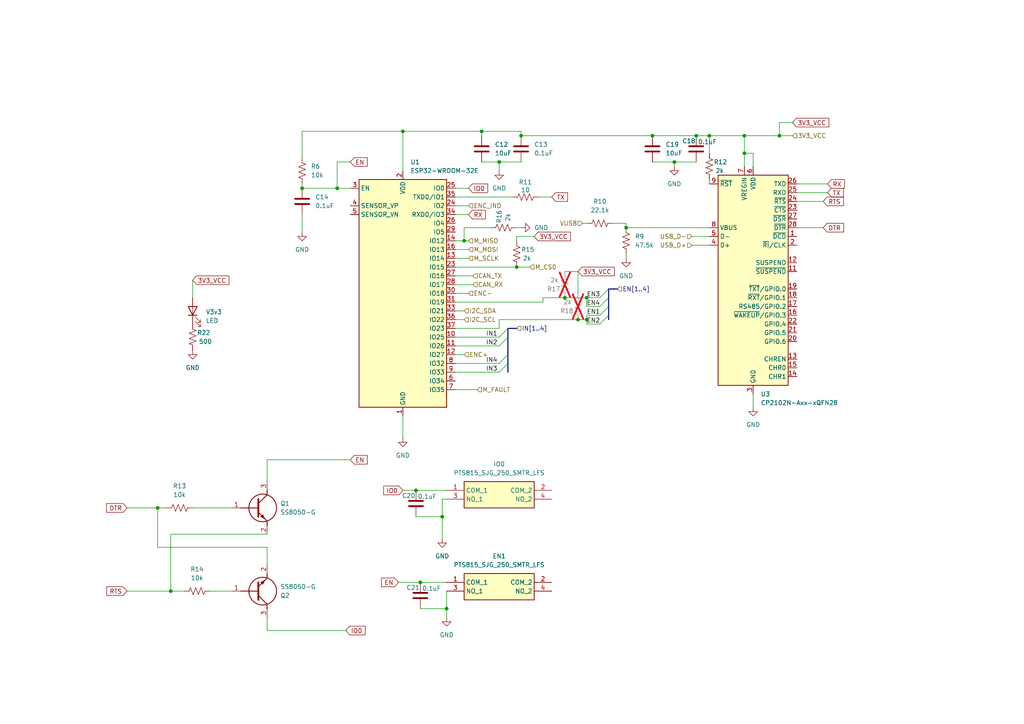
<source format=kicad_sch>
(kicad_sch (version 20231120) (generator "eeschema") (generator_version "8.0")
  (paper "A4")
  (lib_symbols
    (symbol "Device:C" (pin_numbers hide) (pin_names (offset 0.254))
      (property "Reference" "C" (at 0.635 2.54 0))
      (property "Value" "C" (at 0.635 -2.54 0))
      (symbol "C_0_1"
        (polyline (pts (xy -2.032 -0.762) (xy 2.032 -0.762)) (stroke (width 0.508)))
        (polyline (pts (xy -2.032 0.762) (xy 2.032 0.762)) (stroke (width 0.508)))
      )
      (symbol "C_1_1"
        (pin passive line (at 0 3.81 270) (length 2.794) (name "~") (number "1"))
        (pin passive line (at 0 -3.81 90) (length 2.794) (name "~") (number "2"))
      )
    )
    (symbol "Device:LED" (pin_numbers hide) (pin_names (offset 1.016) hide)
      (property "Reference" "D" (at 0 2.54 0))
      (property "Value" "LED" (at 0 -2.54 0))
      (symbol "LED_0_1"
        (polyline (pts (xy -1.27 -1.27) (xy -1.27 1.27)) (stroke (width 0.254)))
        (polyline (pts (xy -1.27 0) (xy 1.27 0)))
        (polyline (pts (xy 1.27 -1.27) (xy 1.27 1.27) (xy -1.27 0) (xy 1.27 -1.27)) (stroke (width 0.254)))
        (polyline (pts (xy -3.048 -0.762) (xy -4.572 -2.286) (xy -3.81 -2.286) (xy -4.572 -2.286) (xy -4.572 -1.524)))
        (polyline (pts (xy -1.778 -0.762) (xy -3.302 -2.286) (xy -2.54 -2.286) (xy -3.302 -2.286) (xy -3.302 -1.524)))
      )
      (symbol "LED_1_1"
        (pin passive line (at -3.81 0 0) (length 2.54) (name "K") (number "1"))
        (pin passive line (at 3.81 0 180) (length 2.54) (name "A") (number "2"))
      )
    )
    (symbol "Device:R_US" (pin_numbers hide) (pin_names (offset 0))
      (property "Reference" "R" (at 2.54 0 90))
      (property "Value" "R_US" (at -2.54 0 90))
      (symbol "R_US_0_1"
        (polyline (pts (xy 0 -2.286) (xy 0 -2.54)))
        (polyline (pts (xy 0 2.286) (xy 0 2.54)))
        (polyline (pts (xy 0 -0.762) (xy 1.016 -1.143) (xy 0 -1.524) (xy -1.016 -1.905) (xy 0 -2.286)))
        (polyline (pts (xy 0 0.762) (xy 1.016 0.381) (xy 0 0) (xy -1.016 -0.381) (xy 0 -0.762)))
        (polyline (pts (xy 0 2.286) (xy 1.016 1.905) (xy 0 1.524) (xy -1.016 1.143) (xy 0 0.762)))
      )
      (symbol "R_US_1_1"
        (pin passive line (at 0 3.81 270) (length 1.27) (name "~") (number "1"))
        (pin passive line (at 0 -3.81 90) (length 1.27) (name "~") (number "2"))
      )
    )
    (symbol "Interface_USB:CP2102N-Axx-xQFN28"
      (property "Reference" "U" (at -8.89 31.75 0))
      (property "Value" "CP2102N-Axx-xQFN28" (at 12.7 31.75 0))
      (symbol "CP2102N-Axx-xQFN28_0_1"
        (rectangle (start -10.16 30.48) (end 10.16 -30.48) (stroke (width 0.254)) (fill (type background)))
      )
      (symbol "CP2102N-Axx-xQFN28_1_1"
        (pin input line (at 12.7 12.7 180) (length 2.54) (name "~{DCD}") (number "1"))
        (pin no_connect line (at -10.16 -27.94 0) (length 2.54) hide (name "NC") (number "10"))
        (pin output line (at 12.7 2.54 180) (length 2.54) (name "~{SUSPEND}") (number "11"))
        (pin output line (at 12.7 5.08 180) (length 2.54) (name "SUSPEND") (number "12"))
        (pin output line (at 12.7 -22.86 180) (length 2.54) (name "CHREN") (number "13"))
        (pin output line (at 12.7 -27.94 180) (length 2.54) (name "CHR1") (number "14"))
        (pin output line (at 12.7 -25.4 180) (length 2.54) (name "CHR0") (number "15"))
        (pin bidirectional line (at 12.7 -10.16 180) (length 2.54) (name "~{WAKEUP}/GPIO.3") (number "16"))
        (pin bidirectional line (at 12.7 -7.62 180) (length 2.54) (name "RS485/GPIO.2") (number "17"))
        (pin bidirectional line (at 12.7 -5.08 180) (length 2.54) (name "~{RXT}/GPIO.1") (number "18"))
        (pin bidirectional line (at 12.7 -2.54 180) (length 2.54) (name "~{TXT}/GPIO.0") (number "19"))
        (pin bidirectional line (at 12.7 10.16 180) (length 2.54) (name "~{RI}/CLK") (number "2"))
        (pin bidirectional line (at 12.7 -17.78 180) (length 2.54) (name "GPIO.6") (number "20"))
        (pin bidirectional line (at 12.7 -15.24 180) (length 2.54) (name "GPIO.5") (number "21"))
        (pin bidirectional line (at 12.7 -12.7 180) (length 2.54) (name "GPIO.4") (number "22"))
        (pin input line (at 12.7 20.32 180) (length 2.54) (name "~{CTS}") (number "23"))
        (pin output line (at 12.7 22.86 180) (length 2.54) (name "~{RTS}") (number "24"))
        (pin input line (at 12.7 25.4 180) (length 2.54) (name "RXD") (number "25"))
        (pin output line (at 12.7 27.94 180) (length 2.54) (name "TXD") (number "26"))
        (pin input line (at 12.7 17.78 180) (length 2.54) (name "~{DSR}") (number "27"))
        (pin output line (at 12.7 15.24 180) (length 2.54) (name "~{DTR}") (number "28"))
        (pin passive line (at 0 -33.02 90) (length 2.54) hide (name "GND") (number "29"))
        (pin power_in line (at 0 -33.02 90) (length 2.54) (name "GND") (number "3"))
        (pin bidirectional line (at -12.7 10.16 0) (length 2.54) (name "D+") (number "4"))
        (pin bidirectional line (at -12.7 12.7 0) (length 2.54) (name "D-") (number "5"))
        (pin power_in line (at 0 33.02 270) (length 2.54) (name "VDD") (number "6"))
        (pin power_in line (at -2.54 33.02 270) (length 2.54) (name "VREGIN") (number "7"))
        (pin input line (at -12.7 15.24 0) (length 2.54) (name "VBUS") (number "8"))
        (pin input line (at -12.7 27.94 0) (length 2.54) (name "~{RST}") (number "9"))
      )
    )
    (symbol "RF_Module:ESP32-WROOM-32E"
      (property "Reference" "U" (at -12.7 34.29 0))
      (property "Value" "ESP32-WROOM-32E" (at 1.27 34.29 0))
      (symbol "ESP32-WROOM-32E_0_1"
        (rectangle (start -12.7 33.02) (end 12.7 -33.02) (stroke (width 0.254)) (fill (type background)))
      )
      (symbol "ESP32-WROOM-32E_1_1"
        (pin power_in line (at 0 -35.56 90) (length 2.54) (name "GND") (number "1"))
        (pin bidirectional line (at 15.24 -12.7 180) (length 2.54) (name "IO25") (number "10"))
        (pin bidirectional line (at 15.24 -15.24 180) (length 2.54) (name "IO26") (number "11"))
        (pin bidirectional line (at 15.24 -17.78 180) (length 2.54) (name "IO27") (number "12"))
        (pin bidirectional line (at 15.24 10.16 180) (length 2.54) (name "IO14") (number "13"))
        (pin bidirectional line (at 15.24 15.24 180) (length 2.54) (name "IO12") (number "14"))
        (pin passive line (at 0 -35.56 90) (length 2.54) hide (name "GND") (number "15"))
        (pin bidirectional line (at 15.24 12.7 180) (length 2.54) (name "IO13") (number "16"))
        (pin no_connect line (at -12.7 -5.08 0) (length 2.54) hide (name "NC") (number "17"))
        (pin no_connect line (at -12.7 -7.62 0) (length 2.54) hide (name "NC") (number "18"))
        (pin no_connect line (at -12.7 -12.7 0) (length 2.54) hide (name "NC") (number "19"))
        (pin power_in line (at 0 35.56 270) (length 2.54) (name "VDD") (number "2"))
        (pin no_connect line (at -12.7 -10.16 0) (length 2.54) hide (name "NC") (number "20"))
        (pin no_connect line (at -12.7 0 0) (length 2.54) hide (name "NC") (number "21"))
        (pin no_connect line (at -12.7 -2.54 0) (length 2.54) hide (name "NC") (number "22"))
        (pin bidirectional line (at 15.24 7.62 180) (length 2.54) (name "IO15") (number "23"))
        (pin bidirectional line (at 15.24 25.4 180) (length 2.54) (name "IO2") (number "24"))
        (pin bidirectional line (at 15.24 30.48 180) (length 2.54) (name "IO0") (number "25"))
        (pin bidirectional line (at 15.24 20.32 180) (length 2.54) (name "IO4") (number "26"))
        (pin bidirectional line (at 15.24 5.08 180) (length 2.54) (name "IO16") (number "27"))
        (pin bidirectional line (at 15.24 2.54 180) (length 2.54) (name "IO17") (number "28"))
        (pin bidirectional line (at 15.24 17.78 180) (length 2.54) (name "IO5") (number "29"))
        (pin input line (at -15.24 30.48 0) (length 2.54) (name "EN") (number "3"))
        (pin bidirectional line (at 15.24 0 180) (length 2.54) (name "IO18") (number "30"))
        (pin bidirectional line (at 15.24 -2.54 180) (length 2.54) (name "IO19") (number "31"))
        (pin no_connect line (at -12.7 -27.94 0) (length 2.54) hide (name "NC") (number "32"))
        (pin bidirectional line (at 15.24 -5.08 180) (length 2.54) (name "IO21") (number "33"))
        (pin bidirectional line (at 15.24 22.86 180) (length 2.54) (name "RXD0/IO3") (number "34"))
        (pin bidirectional line (at 15.24 27.94 180) (length 2.54) (name "TXD0/IO1") (number "35"))
        (pin bidirectional line (at 15.24 -7.62 180) (length 2.54) (name "IO22") (number "36"))
        (pin bidirectional line (at 15.24 -10.16 180) (length 2.54) (name "IO23") (number "37"))
        (pin passive line (at 0 -35.56 90) (length 2.54) hide (name "GND") (number "38"))
        (pin passive line (at 0 -35.56 90) (length 2.54) hide (name "GND") (number "39"))
        (pin input line (at -15.24 25.4 0) (length 2.54) (name "SENSOR_VP") (number "4"))
        (pin input line (at -15.24 22.86 0) (length 2.54) (name "SENSOR_VN") (number "5"))
        (pin input line (at 15.24 -25.4 180) (length 2.54) (name "IO34") (number "6"))
        (pin input line (at 15.24 -27.94 180) (length 2.54) (name "IO35") (number "7"))
        (pin bidirectional line (at 15.24 -20.32 180) (length 2.54) (name "IO32") (number "8"))
        (pin bidirectional line (at 15.24 -22.86 180) (length 2.54) (name "IO33") (number "9"))
      )
    )
    (symbol "SamacSys_Parts:PTS815_SJG_250_SMTR_LFS"
      (property "Reference" "S" (at 26.67 7.62 0))
      (property "Value" "PTS815_SJG_250_SMTR_LFS" (at 26.67 5.08 0))
      (symbol "PTS815_SJG_250_SMTR_LFS_1_1"
        (rectangle (start 5.08 2.54) (end 25.4 -5.08) (stroke (width 0.254)) (fill (type background)))
        (pin passive line (at 0 0 0) (length 5.08) (name "COM_1") (number "1"))
        (pin passive line (at 30.48 0 180) (length 5.08) (name "COM_2") (number "2"))
        (pin passive line (at 0 -2.54 0) (length 5.08) (name "NO_1") (number "3"))
        (pin passive line (at 30.48 -2.54 180) (length 5.08) (name "NO_2") (number "4"))
      )
    )
    (symbol "SamacSys_Parts:SS8050-G" (pin_names hide)
      (property "Reference" "Q" (at 13.97 1.27 0))
      (property "Value" "SS8050-G" (at 13.97 -1.27 0))
      (symbol "SS8050-G_1_1"
        (polyline (pts (xy 2.54 0) (xy 7.62 0)) (stroke (width 0.254)))
        (polyline (pts (xy 7.62 -1.27) (xy 10.16 -3.81)) (stroke (width 0.254)))
        (polyline (pts (xy 7.62 1.27) (xy 10.16 3.81)) (stroke (width 0.254)))
        (polyline (pts (xy 7.62 2.54) (xy 7.62 -2.54)) (stroke (width 0.508)))
        (polyline (pts (xy 10.16 -3.81) (xy 10.16 -5.08)) (stroke (width 0.254)))
        (polyline (pts (xy 10.16 3.81) (xy 10.16 5.08)) (stroke (width 0.254)))
        (polyline (pts (xy 8.382 -2.54) (xy 8.89 -2.032) (xy 9.398 -3.048) (xy 8.382 -2.54)) (stroke (width 0.254)) (fill (type outline)))
        (circle (center 8.89 0) (radius 4.016) (stroke (width 0.254)))
        (pin passive line (at 0 0 0) (length 2.54) (name "B") (number "1"))
        (pin passive line (at 10.16 -7.62 90) (length 2.54) (name "E") (number "2"))
        (pin passive line (at 10.16 7.62 270) (length 2.54) (name "C") (number "3"))
      )
    )
    (symbol "power:GND" (power) (pin_names (offset 0))
      (property "Value" "GND" (at 0 -3.81 0))
      (symbol "GND_0_1"
        (polyline (pts (xy 0 0) (xy 0 -1.27) (xy 1.27 -1.27) (xy 0 -2.54) (xy -1.27 -1.27) (xy 0 -1.27)))
      )
      (symbol "GND_1_1"
        (pin power_in line (at 0 0 270) (length 0) hide (name "GND") (number "1"))
      )
    )
  )
  (junction (at 116.84 38.1))
  (junction (at 129.54 176.53))
  (junction (at 170.18 86.36))
  (junction (at 87.63 54.61))
  (junction (at 215.9 39.37))
  (junction (at 139.7 38.1))
  (junction (at 128.27 149.86))
  (junction (at 149.86 77.47))
  (junction (at 151.13 39.37))
  (junction (at 45.72 147.32))
  (junction (at 121.92 168.91))
  (junction (at 201.93 39.37))
  (junction (at 134.62 69.85))
  (junction (at 49.53 171.45))
  (junction (at 215.9 44.45))
  (junction (at 163.83 86.36))
  (junction (at 170.18 92.71))
  (junction (at 226.06 39.37))
  (junction (at 144.78 46.99))
  (junction (at 181.61 66.04))
  (junction (at 167.64 92.71))
  (junction (at 205.74 39.37))
  (junction (at 120.65 142.24))
  (junction (at 97.79 54.61))
  (junction (at 189.23 39.37))
  (junction (at 195.58 46.99))
  (bus_entry (at 147.32 95.25) (size -2.54 2.54))
  (bus_entry (at 147.32 97.79) (size -2.54 2.54))
  (bus_entry (at 176.53 88.9) (size -2.54 2.54))
  (bus_entry (at 176.53 83.82) (size -2.54 2.54))
  (bus_entry (at 147.32 105.41) (size -2.54 2.54))
  (bus_entry (at 176.53 86.36) (size -2.54 2.54))
  (bus_entry (at 147.32 102.87) (size -2.54 2.54))
  (bus_entry (at 176.53 91.44) (size -2.54 2.54))
  (wire (pts (xy 132.08 95.25) (xy 144.78 95.25)))
  (wire (pts (xy 163.83 86.36) (xy 170.18 86.36)))
  (wire (pts (xy 132.08 107.95) (xy 144.78 107.95)))
  (wire (pts (xy 168.91 64.77) (xy 170.18 64.77)))
  (wire (pts (xy 170.18 91.44) (xy 173.99 91.44)))
  (wire (pts (xy 144.78 95.25) (xy 144.78 92.71)))
  (wire (pts (xy 77.47 139.7) (xy 77.47 133.35)))
  (wire (pts (xy 229.87 39.37) (xy 226.06 39.37)))
  (wire (pts (xy 139.7 38.1) (xy 139.7 39.37)))
  (wire (pts (xy 120.65 149.86) (xy 128.27 149.86)))
  (wire (pts (xy 181.61 64.77) (xy 181.61 66.04)))
  (wire (pts (xy 157.48 87.63) (xy 132.08 87.63)))
  (wire (pts (xy 200.66 68.58) (xy 205.74 68.58)))
  (wire (pts (xy 149.86 77.47) (xy 153.67 77.47)))
  (wire (pts (xy 231.14 53.34) (xy 240.03 53.34)))
  (wire (pts (xy 87.63 38.1) (xy 116.84 38.1)))
  (wire (pts (xy 132.08 92.71) (xy 134.62 92.71)))
  (wire (pts (xy 167.64 92.71) (xy 170.18 92.71)))
  (wire (pts (xy 49.53 171.45) (xy 53.34 171.45)))
  (wire (pts (xy 177.8 64.77) (xy 181.61 64.77)))
  (wire (pts (xy 128.27 156.21) (xy 128.27 149.86)))
  (wire (pts (xy 181.61 73.66) (xy 181.61 74.93)))
  (bus (pts (xy 176.53 88.9) (xy 176.53 91.44)))
  (wire (pts (xy 144.78 46.99) (xy 151.13 46.99)))
  (wire (pts (xy 36.83 171.45) (xy 49.53 171.45)))
  (bus (pts (xy 179.07 83.82) (xy 176.53 83.82)))
  (wire (pts (xy 121.92 176.53) (xy 129.54 176.53)))
  (wire (pts (xy 36.83 147.32) (xy 45.72 147.32)))
  (wire (pts (xy 215.9 39.37) (xy 205.74 39.37)))
  (wire (pts (xy 132.08 113.03) (xy 138.43 113.03)))
  (wire (pts (xy 170.18 88.9) (xy 173.99 88.9)))
  (wire (pts (xy 205.74 52.07) (xy 205.74 53.34)))
  (wire (pts (xy 128.27 144.78) (xy 129.54 144.78)))
  (wire (pts (xy 132.08 100.33) (xy 144.78 100.33)))
  (wire (pts (xy 218.44 44.45) (xy 215.9 44.45)))
  (wire (pts (xy 132.08 90.17) (xy 134.62 90.17)))
  (wire (pts (xy 77.47 154.94) (xy 49.53 154.94)))
  (wire (pts (xy 115.57 168.91) (xy 121.92 168.91)))
  (wire (pts (xy 156.21 57.15) (xy 160.02 57.15)))
  (wire (pts (xy 45.72 147.32) (xy 48.26 147.32)))
  (wire (pts (xy 129.54 171.45) (xy 129.54 176.53)))
  (wire (pts (xy 97.79 54.61) (xy 101.6 54.61)))
  (wire (pts (xy 231.14 55.88) (xy 240.03 55.88)))
  (wire (pts (xy 55.88 81.28) (xy 55.88 86.36)))
  (wire (pts (xy 151.13 39.37) (xy 151.13 38.1)))
  (wire (pts (xy 139.7 38.1) (xy 116.84 38.1)))
  (wire (pts (xy 60.96 171.45) (xy 67.31 171.45)))
  (wire (pts (xy 77.47 158.75) (xy 45.72 158.75)))
  (wire (pts (xy 151.13 38.1) (xy 139.7 38.1)))
  (wire (pts (xy 101.6 46.99) (xy 97.79 46.99)))
  (wire (pts (xy 170.18 86.36) (xy 173.99 86.36)))
  (wire (pts (xy 167.64 78.74) (xy 163.83 78.74)))
  (wire (pts (xy 215.9 39.37) (xy 215.9 44.45)))
  (wire (pts (xy 139.7 46.99) (xy 144.78 46.99)))
  (wire (pts (xy 121.92 168.91) (xy 129.54 168.91)))
  (wire (pts (xy 77.47 163.83) (xy 77.47 158.75)))
  (wire (pts (xy 120.65 142.24) (xy 129.54 142.24)))
  (wire (pts (xy 226.06 39.37) (xy 226.06 35.56)))
  (wire (pts (xy 170.18 92.71) (xy 170.18 93.98)))
  (wire (pts (xy 205.74 39.37) (xy 205.74 44.45)))
  (wire (pts (xy 116.84 38.1) (xy 116.84 49.53)))
  (bus (pts (xy 176.53 91.44) (xy 176.53 92.71)))
  (wire (pts (xy 189.23 39.37) (xy 151.13 39.37)))
  (wire (pts (xy 55.88 147.32) (xy 67.31 147.32)))
  (wire (pts (xy 149.86 69.85) (xy 149.86 68.58)))
  (wire (pts (xy 49.53 154.94) (xy 49.53 171.45)))
  (wire (pts (xy 132.08 97.79) (xy 144.78 97.79)))
  (wire (pts (xy 132.08 105.41) (xy 144.78 105.41)))
  (wire (pts (xy 189.23 39.37) (xy 201.93 39.37)))
  (wire (pts (xy 132.08 72.39) (xy 135.89 72.39)))
  (wire (pts (xy 134.62 69.85) (xy 135.89 69.85)))
  (wire (pts (xy 132.08 80.01) (xy 137.16 80.01)))
  (bus (pts (xy 147.32 105.41) (xy 147.32 107.95)))
  (wire (pts (xy 116.84 142.24) (xy 120.65 142.24)))
  (wire (pts (xy 45.72 158.75) (xy 45.72 147.32)))
  (wire (pts (xy 132.08 102.87) (xy 134.62 102.87)))
  (wire (pts (xy 132.08 62.23) (xy 135.89 62.23)))
  (wire (pts (xy 132.08 85.09) (xy 135.89 85.09)))
  (wire (pts (xy 128.27 149.86) (xy 128.27 144.78)))
  (wire (pts (xy 226.06 39.37) (xy 215.9 39.37)))
  (wire (pts (xy 181.61 66.04) (xy 205.74 66.04)))
  (wire (pts (xy 132.08 74.93) (xy 135.89 74.93)))
  (wire (pts (xy 132.08 57.15) (xy 148.59 57.15)))
  (wire (pts (xy 215.9 44.45) (xy 215.9 48.26)))
  (wire (pts (xy 231.14 66.04) (xy 238.76 66.04)))
  (wire (pts (xy 116.84 120.65) (xy 116.84 127)))
  (wire (pts (xy 132.08 59.69) (xy 135.89 59.69)))
  (wire (pts (xy 157.48 86.36) (xy 163.83 86.36)))
  (wire (pts (xy 87.63 54.61) (xy 97.79 54.61)))
  (wire (pts (xy 218.44 48.26) (xy 218.44 44.45)))
  (wire (pts (xy 149.86 66.04) (xy 151.13 66.04)))
  (wire (pts (xy 144.78 46.99) (xy 144.78 49.53)))
  (wire (pts (xy 134.62 66.04) (xy 142.24 66.04)))
  (wire (pts (xy 195.58 46.99) (xy 201.93 46.99)))
  (wire (pts (xy 189.23 46.99) (xy 195.58 46.99)))
  (wire (pts (xy 129.54 176.53) (xy 129.54 179.07)))
  (wire (pts (xy 157.48 86.36) (xy 157.48 87.63)))
  (wire (pts (xy 77.47 182.88) (xy 100.33 182.88)))
  (wire (pts (xy 170.18 91.44) (xy 170.18 92.71)))
  (wire (pts (xy 149.86 68.58) (xy 154.94 68.58)))
  (wire (pts (xy 231.14 58.42) (xy 238.76 58.42)))
  (bus (pts (xy 176.53 86.36) (xy 176.53 88.9)))
  (bus (pts (xy 176.53 83.82) (xy 176.53 86.36)))
  (wire (pts (xy 132.08 69.85) (xy 134.62 69.85)))
  (wire (pts (xy 170.18 93.98) (xy 173.99 93.98)))
  (wire (pts (xy 205.74 39.37) (xy 201.93 39.37)))
  (bus (pts (xy 147.32 95.25) (xy 147.32 97.79)))
  (wire (pts (xy 134.62 69.85) (xy 134.62 66.04)))
  (wire (pts (xy 97.79 46.99) (xy 97.79 54.61)))
  (wire (pts (xy 170.18 86.36) (xy 170.18 88.9)))
  (bus (pts (xy 147.32 102.87) (xy 147.32 105.41)))
  (wire (pts (xy 200.66 71.12) (xy 205.74 71.12)))
  (bus (pts (xy 147.32 97.79) (xy 147.32 102.87)))
  (wire (pts (xy 226.06 35.56) (xy 229.87 35.56)))
  (bus (pts (xy 149.86 95.25) (xy 147.32 95.25)))
  (wire (pts (xy 77.47 133.35) (xy 101.6 133.35)))
  (wire (pts (xy 132.08 54.61) (xy 135.89 54.61)))
  (wire (pts (xy 167.64 85.09) (xy 167.64 78.74)))
  (wire (pts (xy 132.08 77.47) (xy 149.86 77.47)))
  (wire (pts (xy 195.58 46.99) (xy 195.58 48.26)))
  (wire (pts (xy 87.63 45.72) (xy 87.63 38.1)))
  (wire (pts (xy 144.78 92.71) (xy 167.64 92.71)))
  (wire (pts (xy 77.47 179.07) (xy 77.47 182.88)))
  (wire (pts (xy 87.63 62.23) (xy 87.63 67.31)))
  (wire (pts (xy 87.63 53.34) (xy 87.63 54.61)))
  (wire (pts (xy 132.08 82.55) (xy 137.16 82.55)))
  (wire (pts (xy 218.44 114.3) (xy 218.44 118.11)))
  (label "IN2" (at 140.97 100.33 0))
  (label "IN1" (at 140.97 97.79 0))
  (label "IN3" (at 140.97 107.95 0))
  (label "EN4" (at 170.18 88.9 0))
  (label "EN2" (at 170.18 93.98 0))
  (label "EN1" (at 170.18 91.44 0))
  (label "IN4" (at 140.97 105.41 0))
  (label "EN3" (at 170.18 86.36 0))
  (global_label "IO0" (shape input) (at 135.89 54.61 0) (property "Intersheetrefs" "${INTERSHEET_REFS}" (effects (hide yes))))
  (global_label "DTR" (shape input) (at 238.76 66.04 0) (property "Intersheetrefs" "${INTERSHEET_REFS}" (effects (hide yes))))
  (global_label "RTS" (shape input) (at 238.76 58.42 0) (property "Intersheetrefs" "${INTERSHEET_REFS}" (effects (hide yes))))
  (global_label "EN" (shape input) (at 101.6 46.99 0) (property "Intersheetrefs" "${INTERSHEET_REFS}" (effects (hide yes))))
  (global_label "EN" (shape input) (at 101.6 133.35 0) (property "Intersheetrefs" "${INTERSHEET_REFS}" (effects (hide yes))))
  (global_label "3V3_VCC" (shape input) (at 229.87 35.56 0) (property "Intersheetrefs" "${INTERSHEET_REFS}" (effects (hide yes))))
  (global_label "RTS" (shape input) (at 36.83 171.45 180) (property "Intersheetrefs" "${INTERSHEET_REFS}" (effects (hide yes))))
  (global_label "3V3_VCC" (shape input) (at 55.88 81.28 0) (property "Intersheetrefs" "${INTERSHEET_REFS}" (effects (hide yes))))
  (global_label "IO0" (shape input) (at 116.84 142.24 180) (property "Intersheetrefs" "${INTERSHEET_REFS}" (effects (hide yes))))
  (global_label "IO0" (shape input) (at 100.33 182.88 0) (property "Intersheetrefs" "${INTERSHEET_REFS}" (effects (hide yes))))
  (global_label "3V3_VCC" (shape input) (at 154.94 68.58 0) (property "Intersheetrefs" "${INTERSHEET_REFS}" (effects (hide yes))))
  (global_label "EN" (shape input) (at 115.57 168.91 180) (property "Intersheetrefs" "${INTERSHEET_REFS}" (effects (hide yes))))
  (global_label "RX" (shape input) (at 240.03 53.34 0) (property "Intersheetrefs" "${INTERSHEET_REFS}" (effects (hide yes))))
  (global_label "RX" (shape input) (at 135.89 62.23 0) (property "Intersheetrefs" "${INTERSHEET_REFS}" (effects (hide yes))))
  (global_label "DTR" (shape input) (at 36.83 147.32 180) (property "Intersheetrefs" "${INTERSHEET_REFS}" (effects (hide yes))))
  (global_label "3V3_VCC" (shape input) (at 167.64 78.74 0) (property "Intersheetrefs" "${INTERSHEET_REFS}" (effects (hide yes))))
  (global_label "TX" (shape input) (at 160.02 57.15 0) (property "Intersheetrefs" "${INTERSHEET_REFS}" (effects (hide yes))))
  (global_label "TX" (shape input) (at 240.03 55.88 0) (property "Intersheetrefs" "${INTERSHEET_REFS}" (effects (hide yes))))
  (hierarchical_label "CAN_TX" (shape input) (at 137.16 80.01 0))
  (hierarchical_label "I2C_SDA" (shape input) (at 134.62 90.17 0))
  (hierarchical_label "EN[1..4]" (shape input) (at 179.07 83.82 0))
  (hierarchical_label "CAN_RX" (shape input) (at 137.16 82.55 0))
  (hierarchical_label "M_CS0" (shape input) (at 153.67 77.47 0))
  (hierarchical_label "USB_D-" (shape input) (at 200.66 68.58 180))
  (hierarchical_label "I2C_SCL" (shape input) (at 134.62 92.71 0))
  (hierarchical_label "M_SCLK" (shape input) (at 135.89 74.93 0))
  (hierarchical_label "M_FAULT" (shape input) (at 138.43 113.03 0))
  (hierarchical_label "ENC+" (shape input) (at 134.62 102.87 0))
  (hierarchical_label "USB_D+" (shape input) (at 200.66 71.12 180))
  (hierarchical_label "ENC_IND" (shape input) (at 135.89 59.69 0))
  (hierarchical_label "ENC-" (shape input) (at 135.89 85.09 0))
  (hierarchical_label "3V3_VCC" (shape input) (at 229.87 39.37 0))
  (hierarchical_label "VUSB" (shape input) (at 168.91 64.77 180))
  (hierarchical_label "M_MISO" (shape input) (at 135.89 69.85 0))
  (hierarchical_label "M_MOSI" (shape input) (at 135.89 72.39 0))
  (hierarchical_label "IN[1..4]" (shape input) (at 149.86 95.25 0))
  (symbol (lib_id "power:GND") (at 151.13 66.04 90) (unit 1)
    (property "Reference" "#PWR026" (effects (hide yes)))
    (property "Value" "GND" (at 154.94 66.0399 90) (effects (justify right)))
  )
  (symbol (lib_id "Device:R_US") (at 149.86 73.66 180) (unit 1)
    (property "Reference" "R15" (at 151.13 72.39 0) (effects (justify right)))
    (property "Value" "2k" (at 151.638 74.93 0) (effects (justify right)))
    (property "Footprint" "Resistor_SMD:R_0603_1608Metric" (effects (hide yes)))
    (property "Description" "Resistor, US symbol" (effects (hide yes)))
  )
  (symbol (lib_id "Device:R_US") (at 87.63 49.53 0) (unit 1)
    (property "Reference" "R6" (at 90.17 48.2599 0) (effects (justify left)))
    (property "Value" "10k" (at 90.17 50.7999 0) (effects (justify left)))
    (property "Footprint" "Resistor_SMD:R_0603_1608Metric" (effects (hide yes)))
    (property "Description" "Resistor, US symbol" (effects (hide yes)))
  )
  (symbol (lib_id "power:GND") (at 195.58 48.26 0) (unit 1)
    (property "Reference" "#PWR024" (effects (hide yes)))
    (property "Value" "GND" (at 195.58 53.34 0))
  )
  (symbol (lib_id "Device:R_US") (at 205.74 48.26 180) (unit 1)
    (property "Reference" "R12" (at 207.01 46.99 0) (effects (justify right)))
    (property "Value" "2k" (at 207.518 49.53 0) (effects (justify right)))
    (property "Footprint" "Resistor_SMD:R_0603_1608Metric" (effects (hide yes)))
    (property "Description" "Resistor, US symbol" (effects (hide yes)))
  )
  (symbol (lib_id "SamacSys_Parts:SS8050-G") (at 67.31 171.45 0) (mirror x) (unit 1)
    (property "Reference" "Q2" (at 81.28 172.7201 0) (effects (justify left)))
    (property "Value" "SS8050-G" (at 81.28 170.1801 0) (effects (justify left)))
    (property "Footprint" "SOT95P240X115-3N" (effects (hide yes)))
    (property "Datasheet" "https://datasheet.datasheetarchive.com/originals/distributors/DKDS-12/229454.pdf" (effects (hide yes)))
    (property "Description" "Bipolar Transistors - BJT NPN TRANSISTOR 1.5A 40V" (effects (hide yes)))
    (property "Height" "1.15" (effects (hide yes)))
    (property "Mouser Part Number" "750-SS8050-G" (effects (hide yes)))
    (property "Mouser Price/Stock" "https://www.mouser.co.uk/ProductDetail/Comchip-Technology/SS8050-G?qs=LLUE9lz1YbcHg%252BWLMAtcrQ%3D%3D" (effects (hide yes)))
    (property "Manufacturer_Name" "Comchip Technology" (effects (hide yes)))
    (property "Manufacturer_Part_Number" "SS8050-G" (effects (hide yes)))
  )
  (symbol (lib_id "Device:C") (at 151.13 43.18 0) (unit 1)
    (property "Reference" "C13" (at 154.94 41.9099 0) (effects (justify left)))
    (property "Value" "0.1uF" (at 154.94 44.4499 0) (effects (justify left)))
    (property "Footprint" "Capacitor_SMD:C_0603_1608Metric_Pad1.08x0.95mm_HandSolder" (effects (hide yes)))
    (property "Description" "Unpolarized capacitor" (effects (hide yes)))
  )
  (symbol (lib_id "power:GND") (at 181.61 74.93 0) (unit 1)
    (property "Reference" "#PWR023" (effects (hide yes)))
    (property "Value" "GND" (at 181.61 80.01 0))
  )
  (symbol (lib_id "Device:R_US") (at 173.99 64.77 270) (unit 1)
    (property "Reference" "R10" (at 173.99 58.42 90))
    (property "Value" "22.1k" (at 173.99 60.96 90))
    (property "Footprint" "Resistor_SMD:R_0603_1608Metric" (effects (hide yes)))
    (property "Description" "Resistor, US symbol" (effects (hide yes)))
  )
  (symbol (lib_id "Device:C") (at 139.7 43.18 0) (unit 1)
    (property "Reference" "C12" (at 143.51 41.9099 0) (effects (justify left)))
    (property "Value" "10uF" (at 143.51 44.4499 0) (effects (justify left)))
    (property "Footprint" "Capacitor_SMD:C_0603_1608Metric" (effects (hide yes)))
    (property "Description" "Unpolarized capacitor" (effects (hide yes)))
  )
  (symbol (lib_id "Device:R_US") (at 181.61 69.85 0) (unit 1)
    (property "Reference" "R9" (at 184.15 68.5799 0) (effects (justify left)))
    (property "Value" "47.5k" (at 184.15 71.1199 0) (effects (justify left)))
    (property "Footprint" "Resistor_SMD:R_0603_1608Metric" (effects (hide yes)))
    (property "Description" "Resistor, US symbol" (effects (hide yes)))
  )
  (symbol (lib_id "Device:C") (at 201.93 43.18 0) (unit 1)
    (property "Reference" "C18" (at 197.866 40.894 0) (effects (justify left)))
    (property "Value" "0.1uF" (at 202.438 41.148 0) (effects (justify left)))
    (property "Footprint" "Capacitor_SMD:C_0603_1608Metric_Pad1.08x0.95mm_HandSolder" (effects (hide yes)))
    (property "Description" "Unpolarized capacitor" (effects (hide yes)))
  )
  (symbol (lib_id "Device:R_US") (at 163.83 82.55 0) (unit 1) (dnp yes)
    (property "Reference" "R17" (at 162.56 83.82 0) (effects (justify right)))
    (property "Value" "2k" (at 162.052 81.28 0) (effects (justify right)))
    (property "Footprint" "Resistor_SMD:R_0603_1608Metric" (effects (hide yes)))
    (property "Description" "Resistor, US symbol" (effects (hide yes)))
  )
  (symbol (lib_id "Device:R_US") (at 52.07 147.32 90) (unit 1)
    (property "Reference" "R13" (at 52.07 140.97 90))
    (property "Value" "10k" (at 52.07 143.51 90))
    (property "Footprint" "Resistor_SMD:R_0603_1608Metric" (effects (hide yes)))
    (property "Description" "Resistor, US symbol" (effects (hide yes)))
  )
  (symbol (lib_id "Device:C") (at 87.63 58.42 0) (unit 1)
    (property "Reference" "C14" (at 91.44 57.1499 0) (effects (justify left)))
    (property "Value" "0.1uF" (at 91.44 59.6899 0) (effects (justify left)))
    (property "Footprint" "Capacitor_SMD:C_0603_1608Metric_Pad1.08x0.95mm_HandSolder" (effects (hide yes)))
    (property "Description" "Unpolarized capacitor" (effects (hide yes)))
  )
  (symbol (lib_id "Device:R_US") (at 152.4 57.15 270) (unit 1)
    (property "Reference" "R11" (at 152.4 52.832 90))
    (property "Value" "10" (at 152.4 55.118 90))
    (property "Footprint" "Resistor_SMD:R_0603_1608Metric" (effects (hide yes)))
    (property "Description" "Resistor, US symbol" (effects (hide yes)))
  )
  (symbol (lib_id "Device:R_US") (at 55.88 97.79 180) (unit 1)
    (property "Reference" "R22" (at 57.15 96.52 0) (effects (justify right)))
    (property "Value" "500" (at 57.658 99.06 0) (effects (justify right)))
    (property "Footprint" "Resistor_SMD:R_0603_1608Metric" (effects (hide yes)))
    (property "Description" "Resistor, US symbol" (effects (hide yes)))
  )
  (symbol (lib_id "SamacSys_Parts:SS8050-G") (at 67.31 147.32 0) (unit 1)
    (property "Reference" "Q1" (at 81.28 146.0499 0) (effects (justify left)))
    (property "Value" "SS8050-G" (at 81.28 148.5899 0) (effects (justify left)))
    (property "Footprint" "SOT95P240X115-3N" (effects (hide yes)))
    (property "Datasheet" "https://datasheet.datasheetarchive.com/originals/distributors/DKDS-12/229454.pdf" (effects (hide yes)))
    (property "Description" "Bipolar Transistors - BJT NPN TRANSISTOR 1.5A 40V" (effects (hide yes)))
    (property "Height" "1.15" (effects (hide yes)))
    (property "Mouser Part Number" "750-SS8050-G" (effects (hide yes)))
    (property "Mouser Price/Stock" "https://www.mouser.co.uk/ProductDetail/Comchip-Technology/SS8050-G?qs=LLUE9lz1YbcHg%252BWLMAtcrQ%3D%3D" (effects (hide yes)))
    (property "Manufacturer_Name" "Comchip Technology" (effects (hide yes)))
    (property "Manufacturer_Part_Number" "SS8050-G" (effects (hide yes)))
    (property "LCSC" "C916392" (effects (hide yes)))
  )
  (symbol (lib_id "Device:C") (at 120.65 146.05 0) (unit 1)
    (property "Reference" "C20" (at 116.586 143.764 0) (effects (justify left)))
    (property "Value" "0.1uF" (at 121.158 144.018 0) (effects (justify left)))
    (property "Footprint" "Capacitor_SMD:C_0603_1608Metric_Pad1.08x0.95mm_HandSolder" (effects (hide yes)))
    (property "Description" "Unpolarized capacitor" (effects (hide yes)))
  )
  (symbol (lib_id "RF_Module:ESP32-WROOM-32E") (at 116.84 85.09 0) (unit 1)
    (property "Reference" "U1" (at 119.0341 46.99 0) (effects (justify left)))
    (property "Value" "ESP32-WROOM-32E" (at 119.0341 49.53 0) (effects (justify left)))
    (property "Footprint" "RF_Module:ESP32-WROOM-32D" (effects (hide yes)))
    (property "Datasheet" "https://www.espressif.com/sites/default/files/documentation/esp32-wroom-32e_esp32-wroom-32ue_datasheet_en.pdf" (effects (hide yes)))
    (property "Description" "RF Module, ESP32-D0WD-V3 SoC, without PSRAM, Wi-Fi 802.11b/g/n, Bluetooth, BLE, 32-bit, 2.7-3.6V, onboard antenna, SMD" (effects (hide yes)))
  )
  (symbol (lib_id "power:GND") (at 218.44 118.11 0) (unit 1)
    (property "Reference" "#PWR025" (effects (hide yes)))
    (property "Value" "GND" (at 218.44 123.19 0))
  )
  (symbol (lib_id "power:GND") (at 129.54 179.07 0) (unit 1)
    (property "Reference" "#PWR028" (effects (hide yes)))
    (property "Value" "GND" (at 129.54 184.15 0))
  )
  (symbol (lib_id "Interface_USB:CP2102N-Axx-xQFN28") (at 218.44 81.28 0) (unit 1)
    (property "Reference" "U3" (at 220.6341 114.3 0) (effects (justify left)))
    (property "Value" "CP2102N-Axx-xQFN28" (at 220.6341 116.84 0) (effects (justify left)))
    (property "Footprint" "Package_DFN_QFN:QFN-28-1EP_5x5mm_P0.5mm_EP3.35x3.35mm" (effects (hide yes)))
    (property "Datasheet" "https://www.silabs.com/documents/public/data-sheets/cp2102n-datasheet.pdf" (effects (hide yes)))
    (property "Description" "USB to UART master bridge, QFN-28" (effects (hide yes)))
  )
  (symbol (lib_id "Device:C") (at 189.23 43.18 0) (unit 1)
    (property "Reference" "C19" (at 193.04 41.9099 0) (effects (justify left)))
    (property "Value" "10uF" (at 193.04 44.4499 0) (effects (justify left)))
    (property "Footprint" "Capacitor_SMD:C_0603_1608Metric" (effects (hide yes)))
    (property "Description" "Unpolarized capacitor" (effects (hide yes)))
  )
  (symbol (lib_id "power:GND") (at 128.27 156.21 0) (unit 1)
    (property "Reference" "#PWR027" (effects (hide yes)))
    (property "Value" "GND" (at 128.27 161.29 0))
  )
  (symbol (lib_id "SamacSys_Parts:PTS815_SJG_250_SMTR_LFS") (at 129.54 168.91 0) (unit 1)
    (property "Reference" "EN1" (at 144.78 161.29 0))
    (property "Value" "PTS815_SJG_250_SMTR_LFS" (at 144.78 163.83 0))
    (property "Footprint" "SamacSys_Parts:PTS815SJM250SMTRLFS" (effects (hide yes)))
    (property "Datasheet" "https://componentsearchengine.com/Datasheets/1/PTS815 SJG 250 SMTR LFS.pdf" (effects (hide yes)))
    (property "Description" "Tactile Switches Tact Switch, 12 VDC, 50 mA, 4.2x3.2, 2.5mm H, 400gf, J leads" (effects (hide yes)))
    (property "Height" "2.7" (effects (hide yes)))
    (property "Mouser Part Number" "611-PTS815SJG250SMTR" (effects (hide yes)))
    (property "Mouser Price/Stock" "https://www.mouser.co.uk/ProductDetail/CK/PTS815-SJG-250-SMTR-LFS?qs=ahcBuItHZ3yjoEmU1Oppnw%3D%3D" (effects (hide yes)))
    (property "Manufacturer_Name" "C & K COMPONENTS" (effects (hide yes)))
    (property "Manufacturer_Part_Number" "PTS815 SJG 250 SMTR LFS" (effects (hide yes)))
  )
  (symbol (lib_id "power:GND") (at 144.78 49.53 0) (unit 1)
    (property "Reference" "#PWR016" (effects (hide yes)))
    (property "Value" "GND" (at 144.78 54.61 0))
  )
  (symbol (lib_id "Device:R_US") (at 57.15 171.45 90) (unit 1)
    (property "Reference" "R14" (at 57.15 165.1 90))
    (property "Value" "10k" (at 57.15 167.64 90))
    (property "Footprint" "Resistor_SMD:R_0603_1608Metric" (effects (hide yes)))
    (property "Description" "Resistor, US symbol" (effects (hide yes)))
  )
  (symbol (lib_id "SamacSys_Parts:PTS815_SJG_250_SMTR_LFS") (at 129.54 142.24 0) (unit 1)
    (property "Reference" "IO0" (at 144.78 134.62 0))
    (property "Value" "PTS815_SJG_250_SMTR_LFS" (at 144.78 137.16 0))
    (property "Footprint" "SamacSys_Parts:PTS815SJM250SMTRLFS" (effects (hide yes)))
    (property "Datasheet" "https://componentsearchengine.com/Datasheets/1/PTS815 SJG 250 SMTR LFS.pdf" (effects (hide yes)))
    (property "Description" "Tactile Switches Tact Switch, 12 VDC, 50 mA, 4.2x3.2, 2.5mm H, 400gf, J leads" (effects (hide yes)))
    (property "Height" "2.7" (effects (hide yes)))
    (property "Mouser Part Number" "611-PTS815SJG250SMTR" (effects (hide yes)))
    (property "Mouser Price/Stock" "https://www.mouser.co.uk/ProductDetail/CK/PTS815-SJG-250-SMTR-LFS?qs=ahcBuItHZ3yjoEmU1Oppnw%3D%3D" (effects (hide yes)))
    (property "Manufacturer_Name" "C & K COMPONENTS" (effects (hide yes)))
    (property "Manufacturer_Part_Number" "PTS815 SJG 250 SMTR LFS" (effects (hide yes)))
  )
  (symbol (lib_id "Device:R_US") (at 146.05 66.04 270) (unit 1)
    (property "Reference" "R16" (at 144.78 64.77 0) (effects (justify right)))
    (property "Value" "2k" (at 147.32 64.262 0) (effects (justify right)))
    (property "Footprint" "Resistor_SMD:R_0603_1608Metric" (effects (hide yes)))
    (property "Description" "Resistor, US symbol" (effects (hide yes)))
  )
  (symbol (lib_id "Device:LED") (at 55.88 90.17 90) (unit 1)
    (property "Reference" "V3v3" (at 59.69 90.4874 90) (effects (justify right)))
    (property "Value" "LED" (at 59.69 93.0274 90) (effects (justify right)))
    (property "Footprint" "LED_SMD:LED_0603_1608Metric" (effects (hide yes)))
    (property "Description" "Light emitting diode" (effects (hide yes)))
  )
  (symbol (lib_id "Device:C") (at 121.92 172.72 0) (unit 1)
    (property "Reference" "C21" (at 117.856 170.434 0) (effects (justify left)))
    (property "Value" "0.1uF" (at 122.428 170.688 0) (effects (justify left)))
    (property "Footprint" "Capacitor_SMD:C_0603_1608Metric_Pad1.08x0.95mm_HandSolder" (effects (hide yes)))
    (property "Description" "Unpolarized capacitor" (effects (hide yes)))
  )
  (symbol (lib_id "power:GND") (at 116.84 127 0) (unit 1)
    (property "Reference" "#PWR014" (effects (hide yes)))
    (property "Value" "GND" (at 116.84 132.08 0))
  )
  (symbol (lib_id "power:GND") (at 55.88 101.6 0) (unit 1)
    (property "Reference" "#PWR032" (effects (hide yes)))
    (property "Value" "GND" (at 55.88 106.68 0))
  )
  (symbol (lib_id "Device:R_US") (at 167.64 88.9 0) (unit 1) (dnp yes)
    (property "Reference" "R18" (at 166.37 90.17 0) (effects (justify right)))
    (property "Value" "2k" (at 165.862 87.63 0) (effects (justify right)))
    (property "Footprint" "Resistor_SMD:R_0603_1608Metric" (effects (hide yes)))
    (property "Description" "Resistor, US symbol" (effects (hide yes)))
  )
  (symbol (lib_id "power:GND") (at 87.63 67.31 0) (unit 1)
    (property "Reference" "#PWR017" (effects (hide yes)))
    (property "Value" "GND" (at 87.63 72.39 0))
  )
)
</source>
